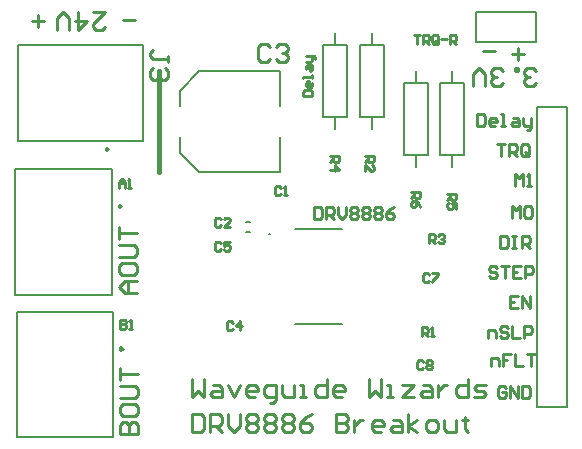
<source format=gto>
G04*
G04 #@! TF.GenerationSoftware,Altium Limited,Altium Designer,19.1.8 (144)*
G04*
G04 Layer_Color=65535*
%FSLAX25Y25*%
%MOIN*%
G70*
G01*
G75*
%ADD10C,0.00984*%
%ADD11C,0.00600*%
%ADD12C,0.00787*%
%ADD13C,0.01575*%
%ADD14C,0.01000*%
D10*
X35335Y100799D02*
X34596Y101225D01*
Y100373D01*
X35335Y100799D01*
X39693Y81842D02*
X38955Y82269D01*
Y81416D01*
X39693Y81842D01*
X40193Y34343D02*
X39455Y34769D01*
Y33916D01*
X40193Y34343D01*
D11*
X89447Y72575D02*
X88847D01*
X89447D01*
X97826Y74350D02*
X113174D01*
X97826Y42650D02*
X113174D01*
D12*
X47047Y103358D02*
Y135642D01*
X5315Y103358D02*
X47047D01*
X5315D02*
Y135642D01*
X47047D01*
X4358Y94047D02*
X36642D01*
Y52315D02*
Y94047D01*
X4358Y52315D02*
X36642D01*
X4358D02*
Y94047D01*
X146000Y99000D02*
X154000D01*
X146000D02*
Y123000D01*
X154000D01*
Y99000D02*
Y123000D01*
X150000Y95000D02*
Y99000D01*
Y123000D02*
Y127000D01*
X134000Y123000D02*
X142000D01*
Y99000D02*
Y123000D01*
X134000Y99000D02*
X142000D01*
X134000D02*
Y123000D01*
X138000D02*
Y127000D01*
Y95000D02*
Y99000D01*
X178500Y115000D02*
X188500D01*
Y15000D02*
Y115000D01*
X178500Y15000D02*
X188500D01*
X178500D02*
Y22500D01*
Y115000D01*
X107000Y135500D02*
X115000D01*
Y111500D02*
Y135500D01*
X107000Y111500D02*
X115000D01*
X107000D02*
Y135500D01*
X111000D02*
Y139500D01*
Y107500D02*
Y111500D01*
X119500D02*
X127500D01*
X119500D02*
Y135500D01*
X127500D01*
Y111500D02*
Y135500D01*
X123500Y107500D02*
Y111500D01*
Y135500D02*
Y139500D01*
X4858Y4815D02*
Y46547D01*
Y4815D02*
X37142D01*
Y46547D01*
X4858D02*
X37142D01*
X158000Y146500D02*
X178000D01*
X158000Y136500D02*
Y146500D01*
Y136500D02*
X178000D01*
Y146500D01*
X59268Y115118D02*
Y120335D01*
X65665Y126732D01*
X59268Y99665D02*
X65665Y93268D01*
X59268Y99665D02*
Y104882D01*
X65665Y126732D02*
X92732D01*
Y115118D02*
Y126732D01*
Y93268D02*
Y104882D01*
X65665Y93268D02*
X92732D01*
X81409Y73327D02*
X82591D01*
X81409Y76673D02*
X82591D01*
D13*
X52182Y93268D02*
Y126733D01*
D14*
X63500Y24095D02*
Y18097D01*
X65499Y20096D01*
X67499Y18097D01*
Y24095D01*
X70498Y22096D02*
X72497D01*
X73497Y21096D01*
Y18097D01*
X70498D01*
X69498Y19097D01*
X70498Y20096D01*
X73497D01*
X75496Y22096D02*
X77495Y18097D01*
X79495Y22096D01*
X84493Y18097D02*
X82494D01*
X81494Y19097D01*
Y21096D01*
X82494Y22096D01*
X84493D01*
X85493Y21096D01*
Y20096D01*
X81494D01*
X89492Y16098D02*
X90491D01*
X91491Y17097D01*
Y22096D01*
X88492D01*
X87492Y21096D01*
Y19097D01*
X88492Y18097D01*
X91491D01*
X93490Y22096D02*
Y19097D01*
X94490Y18097D01*
X97489D01*
Y22096D01*
X99488Y18097D02*
X101488D01*
X100488D01*
Y22096D01*
X99488D01*
X108485Y24095D02*
Y18097D01*
X105486D01*
X104487Y19097D01*
Y21096D01*
X105486Y22096D01*
X108485D01*
X113484Y18097D02*
X111485D01*
X110485Y19097D01*
Y21096D01*
X111485Y22096D01*
X113484D01*
X114483Y21096D01*
Y20096D01*
X110485D01*
X122481Y24095D02*
Y18097D01*
X124480Y20096D01*
X126480Y18097D01*
Y24095D01*
X128479Y18097D02*
X130478D01*
X129479D01*
Y22096D01*
X128479D01*
X133477D02*
X137476D01*
X133477Y18097D01*
X137476D01*
X140475Y22096D02*
X142474D01*
X143474Y21096D01*
Y18097D01*
X140475D01*
X139475Y19097D01*
X140475Y20096D01*
X143474D01*
X145474Y22096D02*
Y18097D01*
Y20096D01*
X146473Y21096D01*
X147473Y22096D01*
X148472D01*
X155470Y24095D02*
Y18097D01*
X152471D01*
X151471Y19097D01*
Y21096D01*
X152471Y22096D01*
X155470D01*
X157470Y18097D02*
X160469D01*
X161468Y19097D01*
X160469Y20096D01*
X158469D01*
X157470Y21096D01*
X158469Y22096D01*
X161468D01*
X63500Y12498D02*
Y6500D01*
X66499D01*
X67499Y7500D01*
Y11498D01*
X66499Y12498D01*
X63500D01*
X69498Y6500D02*
Y12498D01*
X72497D01*
X73497Y11498D01*
Y9499D01*
X72497Y8499D01*
X69498D01*
X71497D02*
X73497Y6500D01*
X75496Y12498D02*
Y8499D01*
X77495Y6500D01*
X79495Y8499D01*
Y12498D01*
X81494Y11498D02*
X82494Y12498D01*
X84493D01*
X85493Y11498D01*
Y10499D01*
X84493Y9499D01*
X85493Y8499D01*
Y7500D01*
X84493Y6500D01*
X82494D01*
X81494Y7500D01*
Y8499D01*
X82494Y9499D01*
X81494Y10499D01*
Y11498D01*
X82494Y9499D02*
X84493D01*
X87492Y11498D02*
X88492Y12498D01*
X90491D01*
X91491Y11498D01*
Y10499D01*
X90491Y9499D01*
X91491Y8499D01*
Y7500D01*
X90491Y6500D01*
X88492D01*
X87492Y7500D01*
Y8499D01*
X88492Y9499D01*
X87492Y10499D01*
Y11498D01*
X88492Y9499D02*
X90491D01*
X93490Y11498D02*
X94490Y12498D01*
X96489D01*
X97489Y11498D01*
Y10499D01*
X96489Y9499D01*
X97489Y8499D01*
Y7500D01*
X96489Y6500D01*
X94490D01*
X93490Y7500D01*
Y8499D01*
X94490Y9499D01*
X93490Y10499D01*
Y11498D01*
X94490Y9499D02*
X96489D01*
X103487Y12498D02*
X101488Y11498D01*
X99488Y9499D01*
Y7500D01*
X100488Y6500D01*
X102487D01*
X103487Y7500D01*
Y8499D01*
X102487Y9499D01*
X99488D01*
X111485Y12498D02*
Y6500D01*
X114483D01*
X115483Y7500D01*
Y8499D01*
X114483Y9499D01*
X111485D01*
X114483D01*
X115483Y10499D01*
Y11498D01*
X114483Y12498D01*
X111485D01*
X117482Y10499D02*
Y6500D01*
Y8499D01*
X118482Y9499D01*
X119482Y10499D01*
X120482D01*
X126480Y6500D02*
X124480D01*
X123481Y7500D01*
Y9499D01*
X124480Y10499D01*
X126480D01*
X127479Y9499D01*
Y8499D01*
X123481D01*
X130478Y10499D02*
X132478D01*
X133477Y9499D01*
Y6500D01*
X130478D01*
X129479Y7500D01*
X130478Y8499D01*
X133477D01*
X135477Y6500D02*
Y12498D01*
Y8499D02*
X138476Y10499D01*
X135477Y8499D02*
X138476Y6500D01*
X142474D02*
X144474D01*
X145474Y7500D01*
Y9499D01*
X144474Y10499D01*
X142474D01*
X141475Y9499D01*
Y7500D01*
X142474Y6500D01*
X147473Y10499D02*
Y7500D01*
X148472Y6500D01*
X151472D01*
Y10499D01*
X154471Y11498D02*
Y10499D01*
X153471D01*
X155470D01*
X154471D01*
Y7500D01*
X155470Y6500D01*
X39500Y43999D02*
Y41000D01*
X40999D01*
X41499Y41500D01*
Y42000D01*
X40999Y42500D01*
X39500D01*
X40999D01*
X41499Y42999D01*
Y43499D01*
X40999Y43999D01*
X39500D01*
X42499Y41000D02*
X43499D01*
X42999D01*
Y43999D01*
X42499Y43499D01*
X39000Y88000D02*
Y89999D01*
X40000Y90999D01*
X40999Y89999D01*
Y88000D01*
Y89499D01*
X39000D01*
X41999Y88000D02*
X42999D01*
X42499D01*
Y90999D01*
X41999Y90499D01*
X39502Y6000D02*
X45500D01*
Y8999D01*
X44500Y9999D01*
X43501D01*
X42501Y8999D01*
Y6000D01*
Y8999D01*
X41501Y9999D01*
X40502D01*
X39502Y8999D01*
Y6000D01*
Y14997D02*
Y12998D01*
X40502Y11998D01*
X44500D01*
X45500Y12998D01*
Y14997D01*
X44500Y15997D01*
X40502D01*
X39502Y14997D01*
Y17996D02*
X44500D01*
X45500Y18996D01*
Y20995D01*
X44500Y21995D01*
X39502D01*
Y23994D02*
Y27993D01*
Y25993D01*
X45500D01*
X45000Y53000D02*
X41001D01*
X39002Y54999D01*
X41001Y56999D01*
X45000D01*
X42001D01*
Y53000D01*
X39002Y61997D02*
Y59998D01*
X40002Y58998D01*
X44000D01*
X45000Y59998D01*
Y61997D01*
X44000Y62997D01*
X40002D01*
X39002Y61997D01*
Y64996D02*
X44000D01*
X45000Y65996D01*
Y67995D01*
X44000Y68995D01*
X39002D01*
Y70994D02*
Y74993D01*
Y72993D01*
X45000D01*
X104000Y81499D02*
Y77500D01*
X105999D01*
X106666Y78166D01*
Y80832D01*
X105999Y81499D01*
X104000D01*
X107999Y77500D02*
Y81499D01*
X109998D01*
X110664Y80832D01*
Y79499D01*
X109998Y78833D01*
X107999D01*
X109332D02*
X110664Y77500D01*
X111997Y81499D02*
Y78833D01*
X113330Y77500D01*
X114663Y78833D01*
Y81499D01*
X115996Y80832D02*
X116663Y81499D01*
X117996D01*
X118662Y80832D01*
Y80166D01*
X117996Y79499D01*
X118662Y78833D01*
Y78166D01*
X117996Y77500D01*
X116663D01*
X115996Y78166D01*
Y78833D01*
X116663Y79499D01*
X115996Y80166D01*
Y80832D01*
X116663Y79499D02*
X117996D01*
X119995Y80832D02*
X120661Y81499D01*
X121994D01*
X122661Y80832D01*
Y80166D01*
X121994Y79499D01*
X122661Y78833D01*
Y78166D01*
X121994Y77500D01*
X120661D01*
X119995Y78166D01*
Y78833D01*
X120661Y79499D01*
X119995Y80166D01*
Y80832D01*
X120661Y79499D02*
X121994D01*
X123994Y80832D02*
X124660Y81499D01*
X125993D01*
X126659Y80832D01*
Y80166D01*
X125993Y79499D01*
X126659Y78833D01*
Y78166D01*
X125993Y77500D01*
X124660D01*
X123994Y78166D01*
Y78833D01*
X124660Y79499D01*
X123994Y80166D01*
Y80832D01*
X124660Y79499D02*
X125993D01*
X130658Y81499D02*
X129325Y80832D01*
X127992Y79499D01*
Y78166D01*
X128659Y77500D01*
X129992D01*
X130658Y78166D01*
Y78833D01*
X129992Y79499D01*
X127992D01*
X100501Y118500D02*
X103500D01*
Y120000D01*
X103000Y120499D01*
X101001D01*
X100501Y120000D01*
Y118500D01*
X103500Y122999D02*
Y121999D01*
X103000Y121499D01*
X102000D01*
X101501Y121999D01*
Y122999D01*
X102000Y123498D01*
X102500D01*
Y121499D01*
X103500Y124498D02*
Y125498D01*
Y124998D01*
X100501D01*
Y124498D01*
X101501Y127497D02*
Y128497D01*
X102000Y128997D01*
X103500D01*
Y127497D01*
X103000Y126997D01*
X102500Y127497D01*
Y128997D01*
X101501Y129996D02*
X103000D01*
X103500Y130496D01*
Y131996D01*
X104000D01*
X104500Y131496D01*
Y130996D01*
X103500Y131996D02*
X101501D01*
X137500Y138999D02*
X139499D01*
X138500D01*
Y136000D01*
X140499D02*
Y138999D01*
X141999D01*
X142498Y138499D01*
Y137499D01*
X141999Y137000D01*
X140499D01*
X141499D02*
X142498Y136000D01*
X145497Y136500D02*
Y138499D01*
X144998Y138999D01*
X143998D01*
X143498Y138499D01*
Y136500D01*
X143998Y136000D01*
X144998D01*
X144498Y137000D02*
X145497Y136000D01*
X144998D02*
X145497Y136500D01*
X146497Y137499D02*
X148496D01*
X149496Y136000D02*
Y138999D01*
X150996D01*
X151496Y138499D01*
Y137499D01*
X150996Y137000D01*
X149496D01*
X150496D02*
X151496Y136000D01*
X168166Y21332D02*
X167499Y21999D01*
X166166D01*
X165500Y21332D01*
Y18666D01*
X166166Y18000D01*
X167499D01*
X168166Y18666D01*
Y19999D01*
X166833D01*
X169499Y18000D02*
Y21999D01*
X172164Y18000D01*
Y21999D01*
X173497D02*
Y18000D01*
X175497D01*
X176163Y18666D01*
Y21332D01*
X175497Y21999D01*
X173497D01*
X163000Y28500D02*
Y31166D01*
X164999D01*
X165666Y30499D01*
Y28500D01*
X169665Y32499D02*
X166999D01*
Y30499D01*
X168332D01*
X166999D01*
Y28500D01*
X170997Y32499D02*
Y28500D01*
X173663D01*
X174996Y32499D02*
X177662D01*
X176329D01*
Y28500D01*
X162000Y38000D02*
Y40666D01*
X163999D01*
X164666Y39999D01*
Y38000D01*
X168665Y41332D02*
X167998Y41999D01*
X166665D01*
X165999Y41332D01*
Y40666D01*
X166665Y39999D01*
X167998D01*
X168665Y39333D01*
Y38666D01*
X167998Y38000D01*
X166665D01*
X165999Y38666D01*
X169997Y41999D02*
Y38000D01*
X172663D01*
X173996D02*
Y41999D01*
X175996D01*
X176662Y41332D01*
Y39999D01*
X175996Y39333D01*
X173996D01*
X172166Y51999D02*
X169500D01*
Y48000D01*
X172166D01*
X169500Y49999D02*
X170833D01*
X173499Y48000D02*
Y51999D01*
X176164Y48000D01*
Y51999D01*
X165166Y61332D02*
X164499Y61999D01*
X163166D01*
X162500Y61332D01*
Y60666D01*
X163166Y59999D01*
X164499D01*
X165166Y59333D01*
Y58666D01*
X164499Y58000D01*
X163166D01*
X162500Y58666D01*
X166499Y61999D02*
X169165D01*
X167832D01*
Y58000D01*
X173163Y61999D02*
X170497D01*
Y58000D01*
X173163D01*
X170497Y59999D02*
X171830D01*
X174496Y58000D02*
Y61999D01*
X176496D01*
X177162Y61332D01*
Y59999D01*
X176496Y59333D01*
X174496D01*
X166000Y71999D02*
Y68000D01*
X167999D01*
X168666Y68666D01*
Y71332D01*
X167999Y71999D01*
X166000D01*
X169999D02*
X171332D01*
X170665D01*
Y68000D01*
X169999D01*
X171332D01*
X173331D02*
Y71999D01*
X175330D01*
X175997Y71332D01*
Y69999D01*
X175330Y69333D01*
X173331D01*
X174664D02*
X175997Y68000D01*
X170000Y78000D02*
Y81999D01*
X171333Y80666D01*
X172666Y81999D01*
Y78000D01*
X173999Y81332D02*
X174665Y81999D01*
X175998D01*
X176664Y81332D01*
Y78666D01*
X175998Y78000D01*
X174665D01*
X173999Y78666D01*
Y81332D01*
X171000Y88500D02*
Y92499D01*
X172333Y91166D01*
X173666Y92499D01*
Y88500D01*
X174999D02*
X176332D01*
X175665D01*
Y92499D01*
X174999Y91832D01*
X165000Y102499D02*
X167666D01*
X166333D01*
Y98500D01*
X168999D02*
Y102499D01*
X170998D01*
X171665Y101832D01*
Y100499D01*
X170998Y99833D01*
X168999D01*
X170332D02*
X171665Y98500D01*
X175663Y99166D02*
Y101832D01*
X174997Y102499D01*
X173664D01*
X172997Y101832D01*
Y99166D01*
X173664Y98500D01*
X174997D01*
X174330Y99833D02*
X175663Y98500D01*
X174997D02*
X175663Y99166D01*
X158500Y112499D02*
Y108500D01*
X160499D01*
X161166Y109167D01*
Y111832D01*
X160499Y112499D01*
X158500D01*
X164498Y108500D02*
X163165D01*
X162499Y109167D01*
Y110499D01*
X163165Y111166D01*
X164498D01*
X165164Y110499D01*
Y109833D01*
X162499D01*
X166497Y108500D02*
X167830D01*
X167164D01*
Y112499D01*
X166497D01*
X170496Y111166D02*
X171829D01*
X172495Y110499D01*
Y108500D01*
X170496D01*
X169830Y109167D01*
X170496Y109833D01*
X172495D01*
X173828Y111166D02*
Y109167D01*
X174495Y108500D01*
X176494D01*
Y107834D01*
X175828Y107167D01*
X175161D01*
X176494Y108500D02*
Y111166D01*
X178000Y123002D02*
X177000Y122002D01*
X175001D01*
X174001Y123002D01*
Y124001D01*
X175001Y125001D01*
X176001D01*
X175001D01*
X174001Y126001D01*
Y127000D01*
X175001Y128000D01*
X177000D01*
X178000Y127000D01*
X172002Y128000D02*
Y127000D01*
X171002D01*
Y128000D01*
X172002D01*
X167004Y123002D02*
X166004Y122002D01*
X164005D01*
X163005Y123002D01*
Y124001D01*
X164005Y125001D01*
X165004D01*
X164005D01*
X163005Y126001D01*
Y127000D01*
X164005Y128000D01*
X166004D01*
X167004Y127000D01*
X161005Y122002D02*
Y126001D01*
X159006Y128000D01*
X157007Y126001D01*
Y122002D01*
X160500Y133499D02*
X164499D01*
X170000Y132499D02*
X173999D01*
X171999Y134498D02*
Y130500D01*
X30501Y146500D02*
X34500D01*
X30501Y142501D01*
Y141502D01*
X31501Y140502D01*
X33500D01*
X34500Y141502D01*
X25503Y146500D02*
Y140502D01*
X28502Y143501D01*
X24503D01*
X22504Y140502D02*
Y144501D01*
X20504Y146500D01*
X18505Y144501D01*
Y140502D01*
X40500Y143999D02*
X44499D01*
X10000Y143499D02*
X13999D01*
X11999Y145498D02*
Y141500D01*
X55498Y130001D02*
Y132001D01*
Y131001D01*
X50500D01*
X49500Y132001D01*
Y133000D01*
X50500Y134000D01*
X54498Y128002D02*
X55498Y127002D01*
Y125003D01*
X54498Y124003D01*
X53499D01*
X52499Y125003D01*
Y126003D01*
Y125003D01*
X51499Y124003D01*
X50500D01*
X49500Y125003D01*
Y127002D01*
X50500Y128002D01*
X136500Y86500D02*
X139499D01*
Y85000D01*
X138999Y84501D01*
X137999D01*
X137500Y85000D01*
Y86500D01*
Y85500D02*
X136500Y84501D01*
X139499Y81502D02*
X138999Y82501D01*
X137999Y83501D01*
X137000D01*
X136500Y83001D01*
Y82001D01*
X137000Y81502D01*
X137500D01*
X137999Y82001D01*
Y83501D01*
X148500Y86000D02*
X151499D01*
Y84500D01*
X150999Y84001D01*
X149999D01*
X149500Y84500D01*
Y86000D01*
Y85000D02*
X148500Y84001D01*
X151499Y81002D02*
Y83001D01*
X149999D01*
X150499Y82001D01*
Y81501D01*
X149999Y81002D01*
X149000D01*
X148500Y81501D01*
Y82501D01*
X149000Y83001D01*
X121000Y98500D02*
X123999D01*
Y97000D01*
X123499Y96501D01*
X122500D01*
X122000Y97000D01*
Y98500D01*
Y97500D02*
X121000Y96501D01*
Y93502D02*
Y95501D01*
X122999Y93502D01*
X123499D01*
X123999Y94001D01*
Y95001D01*
X123499Y95501D01*
X109500Y98500D02*
X112499D01*
Y97000D01*
X111999Y96501D01*
X111000D01*
X110500Y97000D01*
Y98500D01*
Y97500D02*
X109500Y96501D01*
Y94001D02*
X112499D01*
X111000Y95501D01*
Y93502D01*
X142500Y69500D02*
Y72499D01*
X144000D01*
X144499Y71999D01*
Y70999D01*
X144000Y70500D01*
X142500D01*
X143500D02*
X144499Y69500D01*
X145499Y71999D02*
X145999Y72499D01*
X146999D01*
X147498Y71999D01*
Y71499D01*
X146999Y70999D01*
X146499D01*
X146999D01*
X147498Y70500D01*
Y70000D01*
X146999Y69500D01*
X145999D01*
X145499Y70000D01*
X140000Y38500D02*
Y41499D01*
X141499D01*
X141999Y40999D01*
Y39999D01*
X141499Y39500D01*
X140000D01*
X141000D02*
X141999Y38500D01*
X142999D02*
X143999D01*
X143499D01*
Y41499D01*
X142999Y40999D01*
X140499Y29999D02*
X139999Y30499D01*
X139000D01*
X138500Y29999D01*
Y28000D01*
X139000Y27500D01*
X139999D01*
X140499Y28000D01*
X141499Y29999D02*
X141999Y30499D01*
X142999D01*
X143498Y29999D01*
Y29499D01*
X142999Y29000D01*
X143498Y28500D01*
Y28000D01*
X142999Y27500D01*
X141999D01*
X141499Y28000D01*
Y28500D01*
X141999Y29000D01*
X141499Y29499D01*
Y29999D01*
X141999Y29000D02*
X142999D01*
X142499Y58999D02*
X141999Y59499D01*
X141000D01*
X140500Y58999D01*
Y57000D01*
X141000Y56500D01*
X141999D01*
X142499Y57000D01*
X143499Y59499D02*
X145498D01*
Y58999D01*
X143499Y57000D01*
Y56500D01*
X72999Y69499D02*
X72500Y69999D01*
X71500D01*
X71000Y69499D01*
Y67500D01*
X71500Y67000D01*
X72500D01*
X72999Y67500D01*
X75998Y69999D02*
X73999D01*
Y68499D01*
X74999Y68999D01*
X75499D01*
X75998Y68499D01*
Y67500D01*
X75499Y67000D01*
X74499D01*
X73999Y67500D01*
X76999Y42999D02*
X76499Y43499D01*
X75500D01*
X75000Y42999D01*
Y41000D01*
X75500Y40500D01*
X76499D01*
X76999Y41000D01*
X79499Y40500D02*
Y43499D01*
X77999Y42000D01*
X79998D01*
X89499Y134998D02*
X88499Y135998D01*
X86500D01*
X85500Y134998D01*
Y131000D01*
X86500Y130000D01*
X88499D01*
X89499Y131000D01*
X91498Y134998D02*
X92498Y135998D01*
X94497D01*
X95497Y134998D01*
Y133999D01*
X94497Y132999D01*
X93497D01*
X94497D01*
X95497Y131999D01*
Y131000D01*
X94497Y130000D01*
X92498D01*
X91498Y131000D01*
X72999Y77499D02*
X72500Y77999D01*
X71500D01*
X71000Y77499D01*
Y75500D01*
X71500Y75000D01*
X72500D01*
X72999Y75500D01*
X75998Y75000D02*
X73999D01*
X75998Y76999D01*
Y77499D01*
X75499Y77999D01*
X74499D01*
X73999Y77499D01*
X92999Y87999D02*
X92500Y88499D01*
X91500D01*
X91000Y87999D01*
Y86000D01*
X91500Y85500D01*
X92500D01*
X92999Y86000D01*
X93999Y85500D02*
X94999D01*
X94499D01*
Y88499D01*
X93999Y87999D01*
M02*

</source>
